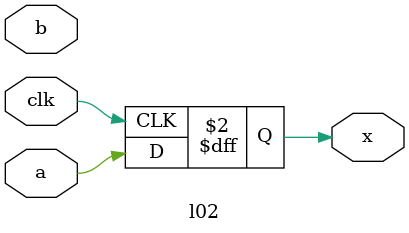
<source format=v>
module fixbnd(input clk, a,b,c,d, output x) ;
    wire d ;
    l00 U0(.clk(clkx),.a(a),.b(b),.c(c),.x(x));
    clk_wiz_0 U1(.clk_in1(clk),.reset(1'b1),.clk_out1(clkx));
    
endmodule 
module l00(input clk, a,b,c,output x) ;
    //(* keep = "yes" *)
    wire c ;
    l01 U0(.clk(clk),.a(a),.b(b),.x(x));
endmodule 
module l01(input clk, a,b,output x) ;
    l02 U0(.clk(clk),.a(a),.b(b),.x(x));
endmodule 
//(* keep_hierarchy = "yes" *)
module l02(input clk, a,b,output x) ;
    reg x ;
    always @(posedge clk) x <= a ;
endmodule 

</source>
